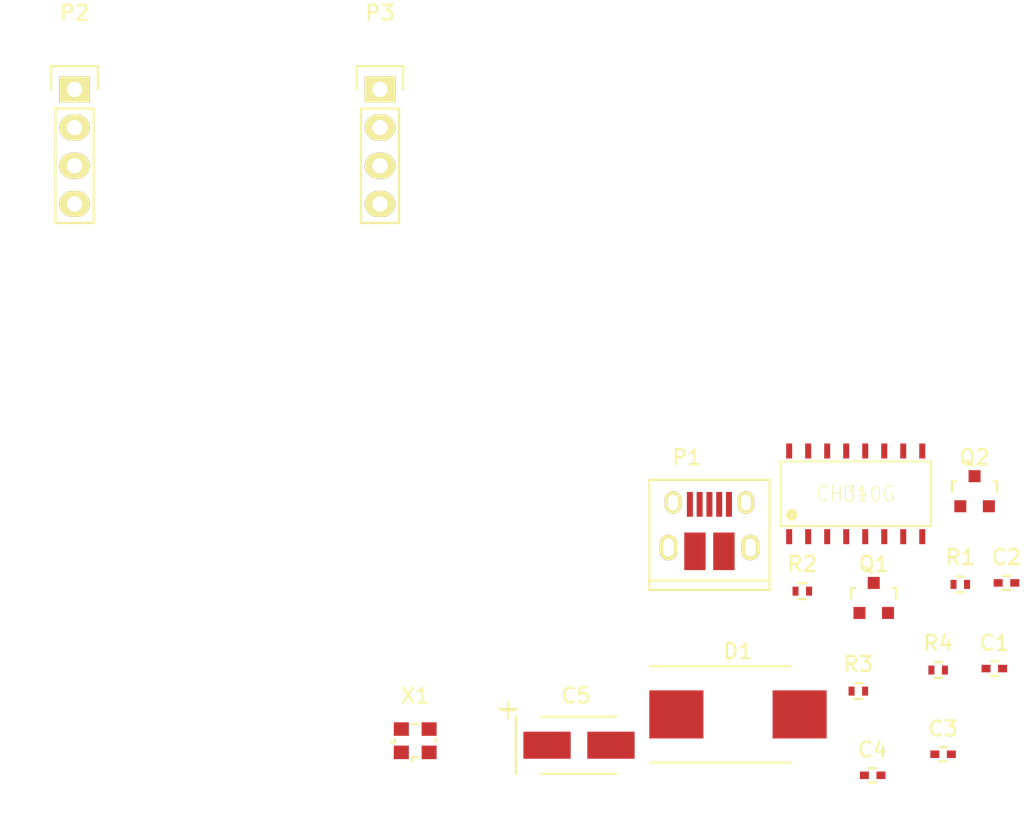
<source format=kicad_pcb>
(kicad_pcb (version 4) (host pcbnew 4.0.1-stable)

  (general
    (links 41)
    (no_connects 41)
    (area 0 0 0 0)
    (thickness 1.6)
    (drawings 0)
    (tracks 0)
    (zones 0)
    (modules 17)
    (nets 25)
  )

  (page A4)
  (layers
    (0 F.Cu signal)
    (31 B.Cu signal)
    (32 B.Adhes user)
    (33 F.Adhes user)
    (34 B.Paste user)
    (35 F.Paste user)
    (36 B.SilkS user)
    (37 F.SilkS user)
    (38 B.Mask user)
    (39 F.Mask user)
    (40 Dwgs.User user)
    (41 Cmts.User user)
    (42 Eco1.User user)
    (43 Eco2.User user)
    (44 Edge.Cuts user)
    (45 Margin user)
    (46 B.CrtYd user)
    (47 F.CrtYd user)
    (48 B.Fab user)
    (49 F.Fab user)
  )

  (setup
    (last_trace_width 0.25)
    (trace_clearance 0.2)
    (zone_clearance 0.508)
    (zone_45_only no)
    (trace_min 0.2)
    (segment_width 0.2)
    (edge_width 0.15)
    (via_size 0.6)
    (via_drill 0.4)
    (via_min_size 0.4)
    (via_min_drill 0.3)
    (uvia_size 0.3)
    (uvia_drill 0.1)
    (uvias_allowed no)
    (uvia_min_size 0.2)
    (uvia_min_drill 0.1)
    (pcb_text_width 0.3)
    (pcb_text_size 1.5 1.5)
    (mod_edge_width 0.15)
    (mod_text_size 1 1)
    (mod_text_width 0.15)
    (pad_size 1.524 1.524)
    (pad_drill 0.762)
    (pad_to_mask_clearance 0.2)
    (aux_axis_origin 0 0)
    (visible_elements FFFFFF7F)
    (pcbplotparams
      (layerselection 0x00030_80000001)
      (usegerberextensions false)
      (excludeedgelayer true)
      (linewidth 0.100000)
      (plotframeref false)
      (viasonmask false)
      (mode 1)
      (useauxorigin false)
      (hpglpennumber 1)
      (hpglpenspeed 20)
      (hpglpendiameter 15)
      (hpglpenoverlay 2)
      (psnegative false)
      (psa4output false)
      (plotreference true)
      (plotvalue true)
      (plotinvisibletext false)
      (padsonsilk false)
      (subtractmaskfromsilk false)
      (outputformat 1)
      (mirror false)
      (drillshape 0)
      (scaleselection 1)
      (outputdirectory ""))
  )

  (net 0 "")
  (net 1 "Net-(C1-Pad1)")
  (net 2 Earth)
  (net 3 "Net-(C2-Pad1)")
  (net 4 "Net-(C3-Pad1)")
  (net 5 +5V)
  (net 6 +5P)
  (net 7 D_NEG)
  (net 8 D_POS)
  (net 9 "Net-(P1-Pad4)")
  (net 10 TX)
  (net 11 RX)
  (net 12 RTS)
  (net 13 "Net-(Q1-Pad2)")
  (net 14 nRST)
  (net 15 DTR)
  (net 16 "Net-(Q2-Pad2)")
  (net 17 GPIO0)
  (net 18 "Net-(R1-Pad1)")
  (net 19 "Net-(R2-Pad1)")
  (net 20 "Net-(U1-Pad15)")
  (net 21 "Net-(U1-Pad12)")
  (net 22 "Net-(U1-Pad11)")
  (net 23 "Net-(U1-Pad10)")
  (net 24 "Net-(U1-Pad9)")

  (net_class Default "This is the default net class."
    (clearance 0.2)
    (trace_width 0.25)
    (via_dia 0.6)
    (via_drill 0.4)
    (uvia_dia 0.3)
    (uvia_drill 0.1)
    (add_net +5P)
    (add_net +5V)
    (add_net DTR)
    (add_net D_NEG)
    (add_net D_POS)
    (add_net Earth)
    (add_net GPIO0)
    (add_net "Net-(C1-Pad1)")
    (add_net "Net-(C2-Pad1)")
    (add_net "Net-(C3-Pad1)")
    (add_net "Net-(P1-Pad4)")
    (add_net "Net-(Q1-Pad2)")
    (add_net "Net-(Q2-Pad2)")
    (add_net "Net-(R1-Pad1)")
    (add_net "Net-(R2-Pad1)")
    (add_net "Net-(U1-Pad10)")
    (add_net "Net-(U1-Pad11)")
    (add_net "Net-(U1-Pad12)")
    (add_net "Net-(U1-Pad15)")
    (add_net "Net-(U1-Pad9)")
    (add_net RTS)
    (add_net RX)
    (add_net TX)
    (add_net nRST)
  )

  (module Capacitors_SMD:C_0402 (layer F.Cu) (tedit 5415D599) (tstamp 56EEE7CA)
    (at 208.440333 117.029)
    (descr "Capacitor SMD 0402, reflow soldering, AVX (see smccp.pdf)")
    (tags "capacitor 0402")
    (path /56EED55C)
    (attr smd)
    (fp_text reference C1 (at 0 -1.7) (layer F.SilkS)
      (effects (font (size 1 1) (thickness 0.15)))
    )
    (fp_text value 22pF (at 0 1.7) (layer F.Fab)
      (effects (font (size 1 1) (thickness 0.15)))
    )
    (fp_line (start -1.15 -0.6) (end 1.15 -0.6) (layer F.CrtYd) (width 0.05))
    (fp_line (start -1.15 0.6) (end 1.15 0.6) (layer F.CrtYd) (width 0.05))
    (fp_line (start -1.15 -0.6) (end -1.15 0.6) (layer F.CrtYd) (width 0.05))
    (fp_line (start 1.15 -0.6) (end 1.15 0.6) (layer F.CrtYd) (width 0.05))
    (fp_line (start 0.25 -0.475) (end -0.25 -0.475) (layer F.SilkS) (width 0.15))
    (fp_line (start -0.25 0.475) (end 0.25 0.475) (layer F.SilkS) (width 0.15))
    (pad 1 smd rect (at -0.55 0) (size 0.6 0.5) (layers F.Cu F.Paste F.Mask)
      (net 1 "Net-(C1-Pad1)"))
    (pad 2 smd rect (at 0.55 0) (size 0.6 0.5) (layers F.Cu F.Paste F.Mask)
      (net 2 Earth))
    (model Capacitors_SMD.3dshapes/C_0402.wrl
      (at (xyz 0 0 0))
      (scale (xyz 1 1 1))
      (rotate (xyz 0 0 0))
    )
  )

  (module Capacitors_SMD:C_0402 (layer F.Cu) (tedit 5415D599) (tstamp 56EEE7D0)
    (at 209.247001 111.329)
    (descr "Capacitor SMD 0402, reflow soldering, AVX (see smccp.pdf)")
    (tags "capacitor 0402")
    (path /56EEDAD8)
    (attr smd)
    (fp_text reference C2 (at 0 -1.7) (layer F.SilkS)
      (effects (font (size 1 1) (thickness 0.15)))
    )
    (fp_text value C (at 0 1.7) (layer F.Fab)
      (effects (font (size 1 1) (thickness 0.15)))
    )
    (fp_line (start -1.15 -0.6) (end 1.15 -0.6) (layer F.CrtYd) (width 0.05))
    (fp_line (start -1.15 0.6) (end 1.15 0.6) (layer F.CrtYd) (width 0.05))
    (fp_line (start -1.15 -0.6) (end -1.15 0.6) (layer F.CrtYd) (width 0.05))
    (fp_line (start 1.15 -0.6) (end 1.15 0.6) (layer F.CrtYd) (width 0.05))
    (fp_line (start 0.25 -0.475) (end -0.25 -0.475) (layer F.SilkS) (width 0.15))
    (fp_line (start -0.25 0.475) (end 0.25 0.475) (layer F.SilkS) (width 0.15))
    (pad 1 smd rect (at -0.55 0) (size 0.6 0.5) (layers F.Cu F.Paste F.Mask)
      (net 3 "Net-(C2-Pad1)"))
    (pad 2 smd rect (at 0.55 0) (size 0.6 0.5) (layers F.Cu F.Paste F.Mask)
      (net 2 Earth))
    (model Capacitors_SMD.3dshapes/C_0402.wrl
      (at (xyz 0 0 0))
      (scale (xyz 1 1 1))
      (rotate (xyz 0 0 0))
    )
  )

  (module Capacitors_SMD:C_0402 (layer F.Cu) (tedit 5415D599) (tstamp 56EEE7D6)
    (at 205.030333 122.729)
    (descr "Capacitor SMD 0402, reflow soldering, AVX (see smccp.pdf)")
    (tags "capacitor 0402")
    (path /56EED594)
    (attr smd)
    (fp_text reference C3 (at 0 -1.7) (layer F.SilkS)
      (effects (font (size 1 1) (thickness 0.15)))
    )
    (fp_text value 22pF (at 0 1.7) (layer F.Fab)
      (effects (font (size 1 1) (thickness 0.15)))
    )
    (fp_line (start -1.15 -0.6) (end 1.15 -0.6) (layer F.CrtYd) (width 0.05))
    (fp_line (start -1.15 0.6) (end 1.15 0.6) (layer F.CrtYd) (width 0.05))
    (fp_line (start -1.15 -0.6) (end -1.15 0.6) (layer F.CrtYd) (width 0.05))
    (fp_line (start 1.15 -0.6) (end 1.15 0.6) (layer F.CrtYd) (width 0.05))
    (fp_line (start 0.25 -0.475) (end -0.25 -0.475) (layer F.SilkS) (width 0.15))
    (fp_line (start -0.25 0.475) (end 0.25 0.475) (layer F.SilkS) (width 0.15))
    (pad 1 smd rect (at -0.55 0) (size 0.6 0.5) (layers F.Cu F.Paste F.Mask)
      (net 4 "Net-(C3-Pad1)"))
    (pad 2 smd rect (at 0.55 0) (size 0.6 0.5) (layers F.Cu F.Paste F.Mask)
      (net 2 Earth))
    (model Capacitors_SMD.3dshapes/C_0402.wrl
      (at (xyz 0 0 0))
      (scale (xyz 1 1 1))
      (rotate (xyz 0 0 0))
    )
  )

  (module Capacitors_SMD:C_0402 (layer F.Cu) (tedit 5415D599) (tstamp 56EEE7DC)
    (at 200.346524 124.129)
    (descr "Capacitor SMD 0402, reflow soldering, AVX (see smccp.pdf)")
    (tags "capacitor 0402")
    (path /56EED906)
    (attr smd)
    (fp_text reference C4 (at 0 -1.7) (layer F.SilkS)
      (effects (font (size 1 1) (thickness 0.15)))
    )
    (fp_text value 100nF (at 0 1.7) (layer F.Fab)
      (effects (font (size 1 1) (thickness 0.15)))
    )
    (fp_line (start -1.15 -0.6) (end 1.15 -0.6) (layer F.CrtYd) (width 0.05))
    (fp_line (start -1.15 0.6) (end 1.15 0.6) (layer F.CrtYd) (width 0.05))
    (fp_line (start -1.15 -0.6) (end -1.15 0.6) (layer F.CrtYd) (width 0.05))
    (fp_line (start 1.15 -0.6) (end 1.15 0.6) (layer F.CrtYd) (width 0.05))
    (fp_line (start 0.25 -0.475) (end -0.25 -0.475) (layer F.SilkS) (width 0.15))
    (fp_line (start -0.25 0.475) (end 0.25 0.475) (layer F.SilkS) (width 0.15))
    (pad 1 smd rect (at -0.55 0) (size 0.6 0.5) (layers F.Cu F.Paste F.Mask)
      (net 5 +5V))
    (pad 2 smd rect (at 0.55 0) (size 0.6 0.5) (layers F.Cu F.Paste F.Mask)
      (net 2 Earth))
    (model Capacitors_SMD.3dshapes/C_0402.wrl
      (at (xyz 0 0 0))
      (scale (xyz 1 1 1))
      (rotate (xyz 0 0 0))
    )
  )

  (module Capacitors_Tantalum_SMD:TantalC_SizeB_EIA-3528_HandSoldering (layer F.Cu) (tedit 0) (tstamp 56EEE7E2)
    (at 180.810521 122.12846)
    (descr "Tantal Cap. , Size B, EIA-3528, Hand Soldering,")
    (tags "Tantal Cap. , Size B, EIA-3528, Hand Soldering,")
    (path /56EED9B0)
    (attr smd)
    (fp_text reference C5 (at -0.20066 -3.29946) (layer F.SilkS)
      (effects (font (size 1 1) (thickness 0.15)))
    )
    (fp_text value 10uF (at -0.09906 3.59918) (layer F.Fab)
      (effects (font (size 1 1) (thickness 0.15)))
    )
    (fp_text user + (at -4.70154 -2.4003) (layer F.SilkS)
      (effects (font (size 1 1) (thickness 0.15)))
    )
    (fp_line (start -4.20116 -1.89992) (end -4.20116 1.89992) (layer F.SilkS) (width 0.15))
    (fp_line (start 2.49936 -1.89992) (end -2.49936 -1.89992) (layer F.SilkS) (width 0.15))
    (fp_line (start 2.49682 1.89992) (end -2.5019 1.89992) (layer F.SilkS) (width 0.15))
    (fp_line (start -4.70408 -2.90322) (end -4.70408 -1.8034) (layer F.SilkS) (width 0.15))
    (fp_line (start -5.30352 -2.40284) (end -4.10464 -2.40284) (layer F.SilkS) (width 0.15))
    (pad 2 smd rect (at 2.12598 0) (size 3.1496 1.80086) (layers F.Cu F.Paste F.Mask)
      (net 2 Earth))
    (pad 1 smd rect (at -2.12598 0) (size 3.1496 1.80086) (layers F.Cu F.Paste F.Mask)
      (net 5 +5V))
    (model Capacitors_Tantalum_SMD.3dshapes/TantalC_SizeB_EIA-3528_HandSoldering.wrl
      (at (xyz 0 0 0))
      (scale (xyz 1 1 1))
      (rotate (xyz 0 0 180))
    )
  )

  (module Diodes_SMD:DO-214AB_Handsoldering (layer F.Cu) (tedit 55429DAE) (tstamp 56EEE7E8)
    (at 191.387001 120.079)
    (descr "Jedec DO-214AB diode package. Designed according to Fairchild SS32 datasheet.")
    (tags "DO-214AB diode Handsoldering")
    (path /56EEF7A8)
    (attr smd)
    (fp_text reference D1 (at 0 -4.2) (layer F.SilkS)
      (effects (font (size 1 1) (thickness 0.15)))
    )
    (fp_text value D_Schottky (at 0 4.6) (layer F.Fab)
      (effects (font (size 1 1) (thickness 0.15)))
    )
    (fp_line (start -6.15 -3.45) (end 6.15 -3.45) (layer F.CrtYd) (width 0.05))
    (fp_line (start 6.15 -3.45) (end 6.15 3.45) (layer F.CrtYd) (width 0.05))
    (fp_line (start 6.15 3.45) (end -6.15 3.45) (layer F.CrtYd) (width 0.05))
    (fp_line (start -6.15 3.45) (end -6.15 -3.45) (layer F.CrtYd) (width 0.05))
    (fp_line (start 3.5 3.2) (end -5.8 3.2) (layer F.SilkS) (width 0.15))
    (fp_line (start -5.8 -3.2) (end 3.5 -3.2) (layer F.SilkS) (width 0.15))
    (pad 2 smd rect (at 4.1 0) (size 3.6 3.2) (layers F.Cu F.Paste F.Mask)
      (net 6 +5P))
    (pad 1 smd rect (at -4.1 0) (size 3.6 3.2) (layers F.Cu F.Paste F.Mask)
      (net 5 +5V))
    (model Diodes_SMD.3dshapes/DO-214AB_Handsoldering.wrl
      (at (xyz 0 0 0))
      (scale (xyz 0.39 0.39 0.39))
      (rotate (xyz 0 0 180))
    )
  )

  (module Connect:USB_Micro-B_10103594-0001LF (layer F.Cu) (tedit 560290CC) (tstamp 56EEE7F7)
    (at 189.487001 107.604)
    (descr "Micro USB Type B 10103594-0001LF")
    (tags "USB USB_B USB_micro USB_OTG")
    (path /56EED27C)
    (attr smd)
    (fp_text reference P1 (at -1.5 -4.625) (layer F.SilkS)
      (effects (font (size 1 1) (thickness 0.15)))
    )
    (fp_text value USB_OTG (at 0 6.175) (layer F.Fab)
      (effects (font (size 1 1) (thickness 0.15)))
    )
    (fp_line (start -4.25 -3.4) (end 4.25 -3.4) (layer F.CrtYd) (width 0.05))
    (fp_line (start 4.25 -3.4) (end 4.25 4.45) (layer F.CrtYd) (width 0.05))
    (fp_line (start 4.25 4.45) (end -4.25 4.45) (layer F.CrtYd) (width 0.05))
    (fp_line (start -4.25 4.45) (end -4.25 -3.4) (layer F.CrtYd) (width 0.05))
    (fp_line (start -4 4.195) (end 4 4.195) (layer F.SilkS) (width 0.15))
    (fp_line (start -4 -3.125) (end 4 -3.125) (layer F.SilkS) (width 0.15))
    (fp_line (start 4 -3.125) (end 4 4.195) (layer F.SilkS) (width 0.15))
    (fp_line (start 4 3.575) (end -4 3.575) (layer F.SilkS) (width 0.15))
    (fp_line (start -4 4.195) (end -4 -3.125) (layer F.SilkS) (width 0.15))
    (pad 1 smd rect (at -1.3 -1.5 90) (size 1.65 0.4) (layers F.Cu F.Paste F.Mask)
      (net 6 +5P))
    (pad 2 smd rect (at -0.65 -1.5 90) (size 1.65 0.4) (layers F.Cu F.Paste F.Mask)
      (net 7 D_NEG))
    (pad 3 smd rect (at -0.0009 -1.5 90) (size 1.65 0.4) (layers F.Cu F.Paste F.Mask)
      (net 8 D_POS))
    (pad 4 smd rect (at 0.65 -1.5 90) (size 1.65 0.4) (layers F.Cu F.Paste F.Mask)
      (net 9 "Net-(P1-Pad4)"))
    (pad 5 smd rect (at 1.3 -1.5 90) (size 1.65 0.4) (layers F.Cu F.Paste F.Mask)
      (net 2 Earth))
    (pad 6 thru_hole oval (at -2.425 -1.625 90) (size 1.5 1.1) (drill oval 1.05 0.65) (layers *.Cu *.Mask F.SilkS)
      (net 2 Earth))
    (pad 6 thru_hole oval (at 2.425 -1.625 90) (size 1.5 1.1) (drill oval 1.05 0.65) (layers *.Cu *.Mask F.SilkS)
      (net 2 Earth))
    (pad 6 thru_hole oval (at -2.725 1.375 90) (size 1.7 1.2) (drill oval 1.2 0.7) (layers *.Cu *.Mask F.SilkS)
      (net 2 Earth))
    (pad 6 thru_hole oval (at 2.725 1.375 90) (size 1.7 1.2) (drill oval 1.2 0.7) (layers *.Cu *.Mask F.SilkS)
      (net 2 Earth))
    (pad 6 smd rect (at -0.9625 1.625 90) (size 2.5 1.425) (layers F.Cu F.Paste F.Mask)
      (net 2 Earth))
    (pad 6 smd rect (at 0.9625 1.625 90) (size 2.5 1.425) (layers F.Cu F.Paste F.Mask)
      (net 2 Earth))
  )

  (module Pin_Headers:Pin_Header_Straight_1x04 (layer F.Cu) (tedit 0) (tstamp 56EEE7FF)
    (at 147.25 78.5)
    (descr "Through hole pin header")
    (tags "pin header")
    (path /56EF185C)
    (fp_text reference P2 (at 0 -5.1) (layer F.SilkS)
      (effects (font (size 1 1) (thickness 0.15)))
    )
    (fp_text value CONN_01X04 (at 0 -3.1) (layer F.Fab)
      (effects (font (size 1 1) (thickness 0.15)))
    )
    (fp_line (start -1.75 -1.75) (end -1.75 9.4) (layer F.CrtYd) (width 0.05))
    (fp_line (start 1.75 -1.75) (end 1.75 9.4) (layer F.CrtYd) (width 0.05))
    (fp_line (start -1.75 -1.75) (end 1.75 -1.75) (layer F.CrtYd) (width 0.05))
    (fp_line (start -1.75 9.4) (end 1.75 9.4) (layer F.CrtYd) (width 0.05))
    (fp_line (start -1.27 1.27) (end -1.27 8.89) (layer F.SilkS) (width 0.15))
    (fp_line (start 1.27 1.27) (end 1.27 8.89) (layer F.SilkS) (width 0.15))
    (fp_line (start 1.55 -1.55) (end 1.55 0) (layer F.SilkS) (width 0.15))
    (fp_line (start -1.27 8.89) (end 1.27 8.89) (layer F.SilkS) (width 0.15))
    (fp_line (start 1.27 1.27) (end -1.27 1.27) (layer F.SilkS) (width 0.15))
    (fp_line (start -1.55 0) (end -1.55 -1.55) (layer F.SilkS) (width 0.15))
    (fp_line (start -1.55 -1.55) (end 1.55 -1.55) (layer F.SilkS) (width 0.15))
    (pad 1 thru_hole rect (at 0 0) (size 2.032 1.7272) (drill 1.016) (layers *.Cu *.Mask F.SilkS)
      (net 5 +5V))
    (pad 2 thru_hole oval (at 0 2.54) (size 2.032 1.7272) (drill 1.016) (layers *.Cu *.Mask F.SilkS)
      (net 10 TX))
    (pad 3 thru_hole oval (at 0 5.08) (size 2.032 1.7272) (drill 1.016) (layers *.Cu *.Mask F.SilkS)
      (net 11 RX))
    (pad 4 thru_hole oval (at 0 7.62) (size 2.032 1.7272) (drill 1.016) (layers *.Cu *.Mask F.SilkS)
      (net 2 Earth))
    (model Pin_Headers.3dshapes/Pin_Header_Straight_1x04.wrl
      (at (xyz 0 -0.15 0))
      (scale (xyz 1 1 1))
      (rotate (xyz 0 0 90))
    )
  )

  (module Pin_Headers:Pin_Header_Straight_1x04 (layer F.Cu) (tedit 0) (tstamp 56EEE807)
    (at 167.57 78.5)
    (descr "Through hole pin header")
    (tags "pin header")
    (path /56EF1951)
    (fp_text reference P3 (at 0 -5.1) (layer F.SilkS)
      (effects (font (size 1 1) (thickness 0.15)))
    )
    (fp_text value CONN_01X04 (at 0 -3.1) (layer F.Fab)
      (effects (font (size 1 1) (thickness 0.15)))
    )
    (fp_line (start -1.75 -1.75) (end -1.75 9.4) (layer F.CrtYd) (width 0.05))
    (fp_line (start 1.75 -1.75) (end 1.75 9.4) (layer F.CrtYd) (width 0.05))
    (fp_line (start -1.75 -1.75) (end 1.75 -1.75) (layer F.CrtYd) (width 0.05))
    (fp_line (start -1.75 9.4) (end 1.75 9.4) (layer F.CrtYd) (width 0.05))
    (fp_line (start -1.27 1.27) (end -1.27 8.89) (layer F.SilkS) (width 0.15))
    (fp_line (start 1.27 1.27) (end 1.27 8.89) (layer F.SilkS) (width 0.15))
    (fp_line (start 1.55 -1.55) (end 1.55 0) (layer F.SilkS) (width 0.15))
    (fp_line (start -1.27 8.89) (end 1.27 8.89) (layer F.SilkS) (width 0.15))
    (fp_line (start 1.27 1.27) (end -1.27 1.27) (layer F.SilkS) (width 0.15))
    (fp_line (start -1.55 0) (end -1.55 -1.55) (layer F.SilkS) (width 0.15))
    (fp_line (start -1.55 -1.55) (end 1.55 -1.55) (layer F.SilkS) (width 0.15))
    (pad 1 thru_hole rect (at 0 0) (size 2.032 1.7272) (drill 1.016) (layers *.Cu *.Mask F.SilkS)
      (net 2 Earth))
    (pad 2 thru_hole oval (at 0 2.54) (size 2.032 1.7272) (drill 1.016) (layers *.Cu *.Mask F.SilkS)
      (net 2 Earth))
    (pad 3 thru_hole oval (at 0 5.08) (size 2.032 1.7272) (drill 1.016) (layers *.Cu *.Mask F.SilkS)
      (net 2 Earth))
    (pad 4 thru_hole oval (at 0 7.62) (size 2.032 1.7272) (drill 1.016) (layers *.Cu *.Mask F.SilkS)
      (net 2 Earth))
    (model Pin_Headers.3dshapes/Pin_Header_Straight_1x04.wrl
      (at (xyz 0 -0.15 0))
      (scale (xyz 1 1 1))
      (rotate (xyz 0 0 90))
    )
  )

  (module TO_SOT_Packages_SMD:SOT-23 (layer F.Cu) (tedit 553634F8) (tstamp 56EEE80E)
    (at 200.417952 112.329)
    (descr "SOT-23, Standard")
    (tags SOT-23)
    (path /56EED1EA)
    (attr smd)
    (fp_text reference Q1 (at 0 -2.25) (layer F.SilkS)
      (effects (font (size 1 1) (thickness 0.15)))
    )
    (fp_text value S8050 (at 0 2.3) (layer F.Fab)
      (effects (font (size 1 1) (thickness 0.15)))
    )
    (fp_line (start -1.65 -1.6) (end 1.65 -1.6) (layer F.CrtYd) (width 0.05))
    (fp_line (start 1.65 -1.6) (end 1.65 1.6) (layer F.CrtYd) (width 0.05))
    (fp_line (start 1.65 1.6) (end -1.65 1.6) (layer F.CrtYd) (width 0.05))
    (fp_line (start -1.65 1.6) (end -1.65 -1.6) (layer F.CrtYd) (width 0.05))
    (fp_line (start 1.29916 -0.65024) (end 1.2509 -0.65024) (layer F.SilkS) (width 0.15))
    (fp_line (start -1.49982 0.0508) (end -1.49982 -0.65024) (layer F.SilkS) (width 0.15))
    (fp_line (start -1.49982 -0.65024) (end -1.2509 -0.65024) (layer F.SilkS) (width 0.15))
    (fp_line (start 1.29916 -0.65024) (end 1.49982 -0.65024) (layer F.SilkS) (width 0.15))
    (fp_line (start 1.49982 -0.65024) (end 1.49982 0.0508) (layer F.SilkS) (width 0.15))
    (pad 1 smd rect (at -0.95 1.00076) (size 0.8001 0.8001) (layers F.Cu F.Paste F.Mask)
      (net 12 RTS))
    (pad 2 smd rect (at 0.95 1.00076) (size 0.8001 0.8001) (layers F.Cu F.Paste F.Mask)
      (net 13 "Net-(Q1-Pad2)"))
    (pad 3 smd rect (at 0 -0.99822) (size 0.8001 0.8001) (layers F.Cu F.Paste F.Mask)
      (net 14 nRST))
    (model TO_SOT_Packages_SMD.3dshapes/SOT-23.wrl
      (at (xyz 0 0 0))
      (scale (xyz 1 1 1))
      (rotate (xyz 0 0 0))
    )
  )

  (module TO_SOT_Packages_SMD:SOT-23 (layer F.Cu) (tedit 553634F8) (tstamp 56EEE815)
    (at 207.127952 105.229)
    (descr "SOT-23, Standard")
    (tags SOT-23)
    (path /56EED0E6)
    (attr smd)
    (fp_text reference Q2 (at 0 -2.25) (layer F.SilkS)
      (effects (font (size 1 1) (thickness 0.15)))
    )
    (fp_text value S8050 (at 0 2.3) (layer F.Fab)
      (effects (font (size 1 1) (thickness 0.15)))
    )
    (fp_line (start -1.65 -1.6) (end 1.65 -1.6) (layer F.CrtYd) (width 0.05))
    (fp_line (start 1.65 -1.6) (end 1.65 1.6) (layer F.CrtYd) (width 0.05))
    (fp_line (start 1.65 1.6) (end -1.65 1.6) (layer F.CrtYd) (width 0.05))
    (fp_line (start -1.65 1.6) (end -1.65 -1.6) (layer F.CrtYd) (width 0.05))
    (fp_line (start 1.29916 -0.65024) (end 1.2509 -0.65024) (layer F.SilkS) (width 0.15))
    (fp_line (start -1.49982 0.0508) (end -1.49982 -0.65024) (layer F.SilkS) (width 0.15))
    (fp_line (start -1.49982 -0.65024) (end -1.2509 -0.65024) (layer F.SilkS) (width 0.15))
    (fp_line (start 1.29916 -0.65024) (end 1.49982 -0.65024) (layer F.SilkS) (width 0.15))
    (fp_line (start 1.49982 -0.65024) (end 1.49982 0.0508) (layer F.SilkS) (width 0.15))
    (pad 1 smd rect (at -0.95 1.00076) (size 0.8001 0.8001) (layers F.Cu F.Paste F.Mask)
      (net 15 DTR))
    (pad 2 smd rect (at 0.95 1.00076) (size 0.8001 0.8001) (layers F.Cu F.Paste F.Mask)
      (net 16 "Net-(Q2-Pad2)"))
    (pad 3 smd rect (at 0 -0.99822) (size 0.8001 0.8001) (layers F.Cu F.Paste F.Mask)
      (net 17 GPIO0))
    (model TO_SOT_Packages_SMD.3dshapes/SOT-23.wrl
      (at (xyz 0 0 0))
      (scale (xyz 1 1 1))
      (rotate (xyz 0 0 0))
    )
  )

  (module Resistors_SMD:R_0402 (layer F.Cu) (tedit 5415CBB8) (tstamp 56EEE81B)
    (at 206.175571 111.429)
    (descr "Resistor SMD 0402, reflow soldering, Vishay (see dcrcw.pdf)")
    (tags "resistor 0402")
    (path /56EEDA3C)
    (attr smd)
    (fp_text reference R1 (at 0 -1.8) (layer F.SilkS)
      (effects (font (size 1 1) (thickness 0.15)))
    )
    (fp_text value 470 (at 0 1.8) (layer F.Fab)
      (effects (font (size 1 1) (thickness 0.15)))
    )
    (fp_line (start -0.95 -0.65) (end 0.95 -0.65) (layer F.CrtYd) (width 0.05))
    (fp_line (start -0.95 0.65) (end 0.95 0.65) (layer F.CrtYd) (width 0.05))
    (fp_line (start -0.95 -0.65) (end -0.95 0.65) (layer F.CrtYd) (width 0.05))
    (fp_line (start 0.95 -0.65) (end 0.95 0.65) (layer F.CrtYd) (width 0.05))
    (fp_line (start 0.25 -0.525) (end -0.25 -0.525) (layer F.SilkS) (width 0.15))
    (fp_line (start -0.25 0.525) (end 0.25 0.525) (layer F.SilkS) (width 0.15))
    (pad 1 smd rect (at -0.45 0) (size 0.4 0.6) (layers F.Cu F.Paste F.Mask)
      (net 18 "Net-(R1-Pad1)"))
    (pad 2 smd rect (at 0.45 0) (size 0.4 0.6) (layers F.Cu F.Paste F.Mask)
      (net 10 TX))
    (model Resistors_SMD.3dshapes/R_0402.wrl
      (at (xyz 0 0 0))
      (scale (xyz 1 1 1))
      (rotate (xyz 0 0 0))
    )
  )

  (module Resistors_SMD:R_0402 (layer F.Cu) (tedit 5415CBB8) (tstamp 56EEE821)
    (at 195.665571 111.879)
    (descr "Resistor SMD 0402, reflow soldering, Vishay (see dcrcw.pdf)")
    (tags "resistor 0402")
    (path /56EEDA7E)
    (attr smd)
    (fp_text reference R2 (at 0 -1.8) (layer F.SilkS)
      (effects (font (size 1 1) (thickness 0.15)))
    )
    (fp_text value 470 (at 0 1.8) (layer F.Fab)
      (effects (font (size 1 1) (thickness 0.15)))
    )
    (fp_line (start -0.95 -0.65) (end 0.95 -0.65) (layer F.CrtYd) (width 0.05))
    (fp_line (start -0.95 0.65) (end 0.95 0.65) (layer F.CrtYd) (width 0.05))
    (fp_line (start -0.95 -0.65) (end -0.95 0.65) (layer F.CrtYd) (width 0.05))
    (fp_line (start 0.95 -0.65) (end 0.95 0.65) (layer F.CrtYd) (width 0.05))
    (fp_line (start 0.25 -0.525) (end -0.25 -0.525) (layer F.SilkS) (width 0.15))
    (fp_line (start -0.25 0.525) (end 0.25 0.525) (layer F.SilkS) (width 0.15))
    (pad 1 smd rect (at -0.45 0) (size 0.4 0.6) (layers F.Cu F.Paste F.Mask)
      (net 19 "Net-(R2-Pad1)"))
    (pad 2 smd rect (at 0.45 0) (size 0.4 0.6) (layers F.Cu F.Paste F.Mask)
      (net 11 RX))
    (model Resistors_SMD.3dshapes/R_0402.wrl
      (at (xyz 0 0 0))
      (scale (xyz 1 1 1))
      (rotate (xyz 0 0 0))
    )
  )

  (module Resistors_SMD:R_0402 (layer F.Cu) (tedit 5415CBB8) (tstamp 56EEE827)
    (at 199.394143 118.529)
    (descr "Resistor SMD 0402, reflow soldering, Vishay (see dcrcw.pdf)")
    (tags "resistor 0402")
    (path /56EED7B0)
    (attr smd)
    (fp_text reference R3 (at 0 -1.8) (layer F.SilkS)
      (effects (font (size 1 1) (thickness 0.15)))
    )
    (fp_text value 12k (at 0 1.8) (layer F.Fab)
      (effects (font (size 1 1) (thickness 0.15)))
    )
    (fp_line (start -0.95 -0.65) (end 0.95 -0.65) (layer F.CrtYd) (width 0.05))
    (fp_line (start -0.95 0.65) (end 0.95 0.65) (layer F.CrtYd) (width 0.05))
    (fp_line (start -0.95 -0.65) (end -0.95 0.65) (layer F.CrtYd) (width 0.05))
    (fp_line (start 0.95 -0.65) (end 0.95 0.65) (layer F.CrtYd) (width 0.05))
    (fp_line (start 0.25 -0.525) (end -0.25 -0.525) (layer F.SilkS) (width 0.15))
    (fp_line (start -0.25 0.525) (end 0.25 0.525) (layer F.SilkS) (width 0.15))
    (pad 1 smd rect (at -0.45 0) (size 0.4 0.6) (layers F.Cu F.Paste F.Mask)
      (net 15 DTR))
    (pad 2 smd rect (at 0.45 0) (size 0.4 0.6) (layers F.Cu F.Paste F.Mask)
      (net 13 "Net-(Q1-Pad2)"))
    (model Resistors_SMD.3dshapes/R_0402.wrl
      (at (xyz 0 0 0))
      (scale (xyz 1 1 1))
      (rotate (xyz 0 0 0))
    )
  )

  (module Resistors_SMD:R_0402 (layer F.Cu) (tedit 5415CBB8) (tstamp 56EEE82D)
    (at 204.704143 117.129)
    (descr "Resistor SMD 0402, reflow soldering, Vishay (see dcrcw.pdf)")
    (tags "resistor 0402")
    (path /56EED733)
    (attr smd)
    (fp_text reference R4 (at 0 -1.8) (layer F.SilkS)
      (effects (font (size 1 1) (thickness 0.15)))
    )
    (fp_text value 12k (at 0 1.8) (layer F.Fab)
      (effects (font (size 1 1) (thickness 0.15)))
    )
    (fp_line (start -0.95 -0.65) (end 0.95 -0.65) (layer F.CrtYd) (width 0.05))
    (fp_line (start -0.95 0.65) (end 0.95 0.65) (layer F.CrtYd) (width 0.05))
    (fp_line (start -0.95 -0.65) (end -0.95 0.65) (layer F.CrtYd) (width 0.05))
    (fp_line (start 0.95 -0.65) (end 0.95 0.65) (layer F.CrtYd) (width 0.05))
    (fp_line (start 0.25 -0.525) (end -0.25 -0.525) (layer F.SilkS) (width 0.15))
    (fp_line (start -0.25 0.525) (end 0.25 0.525) (layer F.SilkS) (width 0.15))
    (pad 1 smd rect (at -0.45 0) (size 0.4 0.6) (layers F.Cu F.Paste F.Mask)
      (net 12 RTS))
    (pad 2 smd rect (at 0.45 0) (size 0.4 0.6) (layers F.Cu F.Paste F.Mask)
      (net 16 "Net-(Q2-Pad2)"))
    (model Resistors_SMD.3dshapes/R_0402.wrl
      (at (xyz 0 0 0))
      (scale (xyz 1 1 1))
      (rotate (xyz 0 0 0))
    )
  )

  (module CH340G:SOP-16 (layer F.Cu) (tedit 0) (tstamp 56EEE841)
    (at 199.215501 105.409)
    (path /56EECED9)
    (solder_mask_margin 0.1)
    (attr smd)
    (fp_text reference U1 (at 0 0) (layer F.SilkS)
      (effects (font (size 1 0.9) (thickness 0.05)))
    )
    (fp_text value CH340G (at 0 0) (layer F.SilkS)
      (effects (font (size 1 0.9) (thickness 0.05)))
    )
    (fp_line (start -4.99 2.145) (end 5 2.145) (layer F.SilkS) (width 0.127))
    (fp_line (start 5 2.145) (end 5 -2.155) (layer F.SilkS) (width 0.127))
    (fp_line (start 5 -2.155) (end -4.99 -2.155) (layer F.SilkS) (width 0.127))
    (fp_line (start -4.99 -2.155) (end -4.99 2.145) (layer F.SilkS) (width 0.127))
    (fp_circle (center -4.25 1.4) (end -4.2 1.4) (layer F.SilkS) (width 0.127))
    (fp_circle (center -4.25 1.4) (end -4.1382 1.4) (layer F.SilkS) (width 0.127))
    (fp_circle (center -4.25 1.4) (end -4.03787 1.4) (layer F.SilkS) (width 0.127))
    (fp_circle (center -4.25 1.4) (end -3.92985 1.4) (layer F.SilkS) (width 0.127))
    (pad 1 smd rect (at -4.425 2.845 180) (size 0.4 1) (layers F.Cu F.Paste F.Mask)
      (net 2 Earth) (solder_mask_margin 0.2))
    (pad 2 smd rect (at -3.16 2.845 180) (size 0.4 1) (layers F.Cu F.Paste F.Mask)
      (net 18 "Net-(R1-Pad1)") (solder_mask_margin 0.2))
    (pad 3 smd rect (at -1.895 2.845 180) (size 0.4 1) (layers F.Cu F.Paste F.Mask)
      (net 19 "Net-(R2-Pad1)") (solder_mask_margin 0.2))
    (pad 4 smd rect (at -0.63 2.845 180) (size 0.4 1) (layers F.Cu F.Paste F.Mask)
      (net 3 "Net-(C2-Pad1)") (solder_mask_margin 0.2))
    (pad 5 smd rect (at 0.635 2.845 180) (size 0.4 1) (layers F.Cu F.Paste F.Mask)
      (net 8 D_POS) (solder_mask_margin 0.2))
    (pad 6 smd rect (at 1.9 2.845 180) (size 0.4 1) (layers F.Cu F.Paste F.Mask)
      (net 7 D_NEG) (solder_mask_margin 0.2))
    (pad 7 smd rect (at 3.165 2.845 180) (size 0.4 1) (layers F.Cu F.Paste F.Mask)
      (net 1 "Net-(C1-Pad1)") (solder_mask_margin 0.2))
    (pad 8 smd rect (at 4.43 2.845 180) (size 0.4 1) (layers F.Cu F.Paste F.Mask)
      (net 4 "Net-(C3-Pad1)") (solder_mask_margin 0.2))
    (pad 16 smd rect (at -4.425 -2.855 180) (size 0.4 1) (layers F.Cu F.Paste F.Mask)
      (net 5 +5V) (solder_mask_margin 0.2))
    (pad 15 smd rect (at -3.16 -2.855 180) (size 0.4 1) (layers F.Cu F.Paste F.Mask)
      (net 20 "Net-(U1-Pad15)") (solder_mask_margin 0.2))
    (pad 14 smd rect (at -1.895 -2.855 180) (size 0.4 1) (layers F.Cu F.Paste F.Mask)
      (net 12 RTS) (solder_mask_margin 0.2))
    (pad 13 smd rect (at -0.63 -2.855 180) (size 0.4 1) (layers F.Cu F.Paste F.Mask)
      (net 15 DTR) (solder_mask_margin 0.2))
    (pad 12 smd rect (at 0.635 -2.855 180) (size 0.4 1) (layers F.Cu F.Paste F.Mask)
      (net 21 "Net-(U1-Pad12)") (solder_mask_margin 0.2))
    (pad 11 smd rect (at 1.9 -2.855 180) (size 0.4 1) (layers F.Cu F.Paste F.Mask)
      (net 22 "Net-(U1-Pad11)") (solder_mask_margin 0.2))
    (pad 10 smd rect (at 3.165 -2.855 180) (size 0.4 1) (layers F.Cu F.Paste F.Mask)
      (net 23 "Net-(U1-Pad10)") (solder_mask_margin 0.2))
    (pad 9 smd rect (at 4.43 -2.855 180) (size 0.4 1) (layers F.Cu F.Paste F.Mask)
      (net 24 "Net-(U1-Pad9)") (solder_mask_margin 0.2))
  )

  (module Crystals:Crystal_SMD_2520_4Pads (layer F.Cu) (tedit 56EB1FD0) (tstamp 56EEE849)
    (at 169.914619 121.829)
    (descr "Ceramic SMD crystal, 2.5x2.0mm, 4 Pads, http://www.txccrystal.com/images/pdf/8z-accuracy.pdf")
    (tags "crystal oscillator quartz SMD SMT 5032")
    (path /56EEF31F)
    (attr smd)
    (fp_text reference X1 (at 0 -3) (layer F.SilkS)
      (effects (font (size 1 1) (thickness 0.15)))
    )
    (fp_text value CRYSTAL_SMD (at 0 2.5) (layer F.Fab)
      (effects (font (size 1 1) (thickness 0.15)))
    )
    (fp_line (start 1.25 1) (end 1.25 -1) (layer F.Fab) (width 0.15))
    (fp_line (start -1.25 1) (end 1.25 1) (layer F.Fab) (width 0.15))
    (fp_line (start -1.25 -1) (end -1.25 1) (layer F.Fab) (width 0.15))
    (fp_line (start 1.25 -1) (end -1.25 -1) (layer F.Fab) (width 0.15))
    (fp_line (start -1.35 0.1) (end -1.6 0.1) (layer F.SilkS) (width 0.15))
    (fp_line (start -0.2 1.1) (end -0.2 1.4) (layer F.SilkS) (width 0.15))
    (fp_line (start 1.9 1.7) (end 1.9 -1.7) (layer F.CrtYd) (width 0.05))
    (fp_line (start -1.9 1.7) (end 1.9 1.7) (layer F.CrtYd) (width 0.05))
    (fp_line (start -1.9 -1.7) (end -1.9 1.7) (layer F.CrtYd) (width 0.05))
    (fp_line (start 1.9 -1.7) (end -1.9 -1.7) (layer F.CrtYd) (width 0.05))
    (fp_line (start 0.2 1.1) (end -0.2 1.1) (layer F.SilkS) (width 0.15))
    (fp_line (start -0.2 -1.1) (end 0.2 -1.1) (layer F.SilkS) (width 0.15))
    (fp_line (start 1.35 0.1) (end 1.35 -0.1) (layer F.SilkS) (width 0.15))
    (fp_line (start -1.35 0.1) (end -1.35 -0.1) (layer F.SilkS) (width 0.15))
    (pad 1 smd rect (at -0.925 0.775) (size 1 0.9) (layers F.Cu F.Paste F.Mask)
      (net 1 "Net-(C1-Pad1)"))
    (pad 3 smd rect (at 0.925 0.775) (size 1 0.9) (layers F.Cu F.Paste F.Mask)
      (net 2 Earth))
    (pad 2 smd rect (at 0.925 -0.775) (size 1 0.9) (layers F.Cu F.Paste F.Mask)
      (net 4 "Net-(C3-Pad1)"))
    (pad 3 smd rect (at -0.925 -0.775) (size 1 0.9) (layers F.Cu F.Paste F.Mask)
      (net 2 Earth))
    (model Crystals.3dshapes/Crystal_SMD_2520_4Pads.wrl
      (at (xyz 0 0 0))
      (scale (xyz 1 1 1))
      (rotate (xyz 0 0 0))
    )
  )

)

</source>
